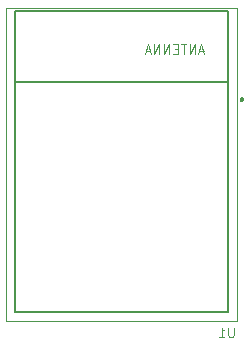
<source format=gbr>
%TF.GenerationSoftware,Flux,Pcbnew,7.0.11-7.0.11~ubuntu20.04.1*%
%TF.CreationDate,2024-08-16T08:07:52+00:00*%
%TF.ProjectId,input,696e7075-742e-46b6-9963-61645f706362,rev?*%
%TF.SameCoordinates,Original*%
%TF.FileFunction,Legend,Bot*%
%TF.FilePolarity,Positive*%
%FSLAX46Y46*%
G04 Gerber Fmt 4.6, Leading zero omitted, Abs format (unit mm)*
G04 Filename: betterflipperzero*
G04 Build it with Flux! Visit our site at: https://www.flux.ai (PCBNEW 7.0.11-7.0.11~ubuntu20.04.1) date 2024-08-16 08:07:52*
%MOMM*%
%LPD*%
G01*
G04 APERTURE LIST*
%ADD10C,0.095000*%
%ADD11C,0.200000*%
%ADD12C,0.127000*%
%ADD13C,0.050000*%
G04 APERTURE END LIST*
D10*
X34621442Y-8455783D02*
X34240489Y-8455783D01*
X34697632Y-8684355D02*
X34430965Y-7884355D01*
X34430965Y-7884355D02*
X34164299Y-8684355D01*
X33897632Y-8684355D02*
X33897632Y-7884355D01*
X33897632Y-7884355D02*
X33440489Y-8684355D01*
X33440489Y-8684355D02*
X33440489Y-7884355D01*
X33173823Y-7884355D02*
X32716680Y-7884355D01*
X32945252Y-8684355D02*
X32945252Y-7884355D01*
X32450013Y-8265307D02*
X32183347Y-8265307D01*
X32069061Y-8684355D02*
X32450013Y-8684355D01*
X32450013Y-8684355D02*
X32450013Y-7884355D01*
X32450013Y-7884355D02*
X32069061Y-7884355D01*
X31726203Y-8684355D02*
X31726203Y-7884355D01*
X31726203Y-7884355D02*
X31269060Y-8684355D01*
X31269060Y-8684355D02*
X31269060Y-7884355D01*
X30888108Y-8684355D02*
X30888108Y-7884355D01*
X30888108Y-7884355D02*
X30430965Y-8684355D01*
X30430965Y-8684355D02*
X30430965Y-7884355D01*
X30088109Y-8455783D02*
X29707156Y-8455783D01*
X30164299Y-8684355D02*
X29897632Y-7884355D01*
X29897632Y-7884355D02*
X29630966Y-8684355D01*
X37173823Y-31884355D02*
X37173823Y-32531974D01*
X37173823Y-32531974D02*
X37135728Y-32608164D01*
X37135728Y-32608164D02*
X37097633Y-32646260D01*
X37097633Y-32646260D02*
X37021442Y-32684355D01*
X37021442Y-32684355D02*
X36869061Y-32684355D01*
X36869061Y-32684355D02*
X36792871Y-32646260D01*
X36792871Y-32646260D02*
X36754776Y-32608164D01*
X36754776Y-32608164D02*
X36716680Y-32531974D01*
X36716680Y-32531974D02*
X36716680Y-31884355D01*
X35916681Y-32684355D02*
X36373824Y-32684355D01*
X36145252Y-32684355D02*
X36145252Y-31884355D01*
X36145252Y-31884355D02*
X36221443Y-31998640D01*
X36221443Y-31998640D02*
X36297633Y-32074831D01*
X36297633Y-32074831D02*
X36373824Y-32112926D01*
D11*
%TO.C,*%
X37764300Y-12559200D02*
X37767707Y-12585082D01*
X37767707Y-12585082D02*
X37777697Y-12609200D01*
X37777697Y-12609200D02*
X37793589Y-12629911D01*
X37793589Y-12629911D02*
X37814300Y-12645803D01*
X37814300Y-12645803D02*
X37838418Y-12655793D01*
X37838418Y-12655793D02*
X37864300Y-12659200D01*
X37864300Y-12659200D02*
X37890182Y-12655793D01*
X37890182Y-12655793D02*
X37914300Y-12645803D01*
X37914300Y-12645803D02*
X37935011Y-12629911D01*
X37935011Y-12629911D02*
X37950903Y-12609200D01*
X37950903Y-12609200D02*
X37960893Y-12585082D01*
X37960893Y-12585082D02*
X37964300Y-12559200D01*
X37964300Y-12559200D02*
X37960893Y-12533318D01*
X37960893Y-12533318D02*
X37950903Y-12509200D01*
X37950903Y-12509200D02*
X37935011Y-12488489D01*
X37935011Y-12488489D02*
X37914300Y-12472597D01*
X37914300Y-12472597D02*
X37890182Y-12462607D01*
X37890182Y-12462607D02*
X37864300Y-12459200D01*
X37864300Y-12459200D02*
X37838418Y-12462607D01*
X37838418Y-12462607D02*
X37814300Y-12472597D01*
X37814300Y-12472597D02*
X37793589Y-12488489D01*
X37793589Y-12488489D02*
X37777697Y-12509200D01*
X37777697Y-12509200D02*
X37767707Y-12533318D01*
X37767707Y-12533318D02*
X37764300Y-12559200D01*
D12*
X36664300Y-11069200D02*
X18664300Y-11069200D01*
X36664300Y-11069200D02*
X36664300Y-5069200D01*
X36664300Y-30569200D02*
X36664300Y-11069200D01*
X18664300Y-30569200D02*
X36664300Y-30569200D01*
X18664300Y-11069200D02*
X18664300Y-30569200D01*
X18664300Y-5069200D02*
X18664300Y-11069200D01*
X36664300Y-5069200D02*
X18664300Y-5069200D01*
D11*
X37764300Y-12559200D02*
X37767707Y-12585082D01*
X37767707Y-12585082D02*
X37777697Y-12609200D01*
X37777697Y-12609200D02*
X37793589Y-12629911D01*
X37793589Y-12629911D02*
X37814300Y-12645803D01*
X37814300Y-12645803D02*
X37838418Y-12655793D01*
X37838418Y-12655793D02*
X37864300Y-12659200D01*
X37864300Y-12659200D02*
X37890182Y-12655793D01*
X37890182Y-12655793D02*
X37914300Y-12645803D01*
X37914300Y-12645803D02*
X37935011Y-12629911D01*
X37935011Y-12629911D02*
X37950903Y-12609200D01*
X37950903Y-12609200D02*
X37960893Y-12585082D01*
X37960893Y-12585082D02*
X37964300Y-12559200D01*
X37964300Y-12559200D02*
X37960893Y-12533318D01*
X37960893Y-12533318D02*
X37950903Y-12509200D01*
X37950903Y-12509200D02*
X37935011Y-12488489D01*
X37935011Y-12488489D02*
X37914300Y-12472597D01*
X37914300Y-12472597D02*
X37890182Y-12462607D01*
X37890182Y-12462607D02*
X37864300Y-12459200D01*
X37864300Y-12459200D02*
X37838418Y-12462607D01*
X37838418Y-12462607D02*
X37814300Y-12472597D01*
X37814300Y-12472597D02*
X37793589Y-12488489D01*
X37793589Y-12488489D02*
X37777697Y-12509200D01*
X37777697Y-12509200D02*
X37767707Y-12533318D01*
X37767707Y-12533318D02*
X37764300Y-12559200D01*
D12*
X18664300Y-30569200D02*
X19909300Y-30569200D01*
X18664300Y-29839200D02*
X18664300Y-30569200D01*
X36664300Y-30569200D02*
X35419300Y-30569200D01*
X36664300Y-29839200D02*
X36664300Y-30569200D01*
X36664300Y-11789200D02*
X36664300Y-5069200D01*
X18664300Y-5069200D02*
X18664300Y-11789200D01*
X36664300Y-5069200D02*
X18664300Y-5069200D01*
D13*
X37414300Y-31319200D02*
X17914300Y-31319200D01*
X17914300Y-4819200D02*
X17914300Y-31319200D01*
X37414300Y-4819200D02*
X17914300Y-4819200D01*
X37414300Y-31319200D02*
X37414300Y-4819200D01*
%TD*%
M02*

</source>
